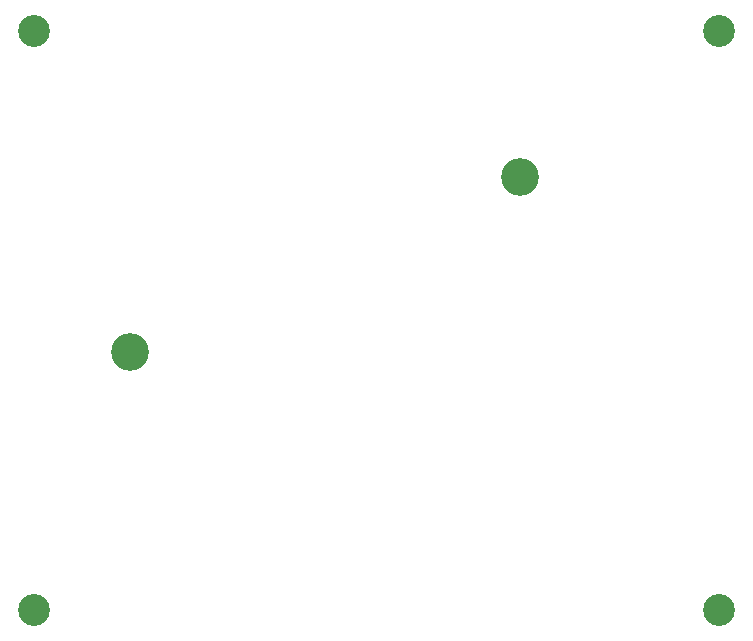
<source format=gbr>
%TF.GenerationSoftware,KiCad,Pcbnew,7.0.7*%
%TF.CreationDate,2023-10-01T20:01:11+02:00*%
%TF.ProjectId,testing_board,74657374-696e-4675-9f62-6f6172642e6b,rev?*%
%TF.SameCoordinates,Original*%
%TF.FileFunction,NonPlated,1,2,NPTH,Drill*%
%TF.FilePolarity,Positive*%
%FSLAX46Y46*%
G04 Gerber Fmt 4.6, Leading zero omitted, Abs format (unit mm)*
G04 Created by KiCad (PCBNEW 7.0.7) date 2023-10-01 20:01:11*
%MOMM*%
%LPD*%
G01*
G04 APERTURE LIST*
%TA.AperFunction,ComponentDrill*%
%ADD10C,2.700000*%
%TD*%
%TA.AperFunction,ComponentDrill*%
%ADD11C,3.200000*%
%TD*%
G04 APERTURE END LIST*
D10*
%TO.C,MH1*%
X103500000Y-47500000D03*
%TO.C,MH3*%
X103500000Y-96500000D03*
%TO.C,MH2*%
X161500000Y-47500000D03*
%TO.C,MH4*%
X161500000Y-96500000D03*
D11*
%TO.C,H2*%
X111650000Y-74710000D03*
%TO.C,H1*%
X144640000Y-59830000D03*
M02*

</source>
